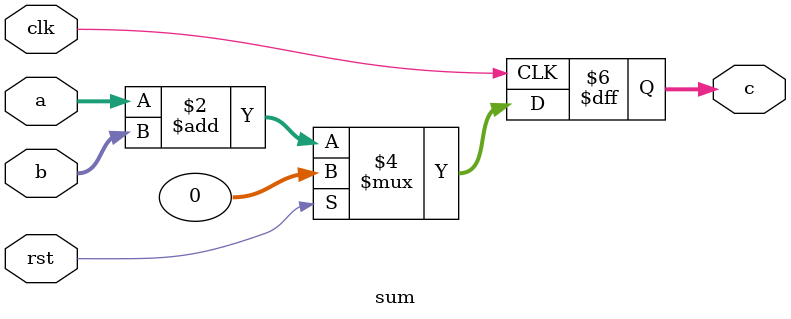
<source format=v>
module acc_user_0 #
(
  parameter DATA_WIDTH = 512,
  parameter NUM_INPUT_QUEUES = 1,
  parameter NUM_OUTPUT_QUEUES = 1
)
(
  input clk,
  input rst,
  input start,
  input [NUM_INPUT_QUEUES-1:0] acc_user_done_rd_data,
  input [NUM_OUTPUT_QUEUES-1:0] acc_user_done_wr_data,
  input [NUM_INPUT_QUEUES-1:0] acc_user_available_read,
  output reg [NUM_INPUT_QUEUES-1:0] acc_user_request_read,
  input [NUM_INPUT_QUEUES-1:0] acc_user_read_data_valid,
  input [DATA_WIDTH*NUM_INPUT_QUEUES-1:0] acc_user_read_data,
  input [NUM_OUTPUT_QUEUES-1:0] acc_user_available_write,
  output reg [NUM_OUTPUT_QUEUES-1:0] acc_user_request_write,
  output reg [DATA_WIDTH*NUM_OUTPUT_QUEUES-1:0] acc_user_write_data,
  output reg acc_user_done
);


  //Sample code for sum c[i] = a[i] + b[i]:
  
  reg [3-1:0]fsm;

  wire [512-1:0] a;
  wire [512-1:0] b;
  wire [512-1:0] c;
  
  assign a = acc_user_read_data[512-1:0];
  assign b = acc_user_read_data[1024-1:512];
  
  always @(posedge clk) begin
    if(rst) begin
      acc_user_request_read <= 0;
      acc_user_request_write <= 0;
      acc_user_write_data <= 0;
      acc_user_done <= 0;
      fsm <= 0;
    end else begin
      if(start) begin
          acc_user_done <= acc_user_done_rd_data & acc_user_done_wr_data;
          acc_user_request_read[0] <=  0;
          acc_user_request_read[1] <=  0;
          acc_user_request_write <= 0;
          case(fsm)
             0: begin
                if(acc_user_available_read[0] & acc_user_available_read[1])begin
                      acc_user_request_read[0] <=  1;
                      acc_user_request_read[1] <=  1;
                      fsm <= 1;
                end                 
             end 
             1:begin
                if(acc_user_read_data_valid[0]&acc_user_read_data_valid[1])begin
                   fsm <= 2;
                end 
             end 
             2:begin 
                acc_user_write_data <= c;
                acc_user_request_write <= 1;
                fsm <= 0;
             end 
         endcase
      end 
    end
  end
  
  genvar i;
    
  generate for(i = 0; i < 16;i = i+1)begin 
      sum sum(
        .clk(clk),
        .rst(rst),
        .a(a[((i+1)*32) -1:i*32]),
        .b(b[((i+1)*32) -1:i*32]),
        .c(c[((i+1)*32) -1:i*32])
      );
  end  
  
 endgenerate

endmodule



module sum(
  input clk,
  input rst,
  input [32-1:0]a,
  input [32-1:0]b,
  output reg [32-1:0]c

);

   always @(posedge clk)begin
      if(rst)begin
         c <= 0;
      end else begin
         c <= a + b;
      end 
   end 

endmodule


</source>
